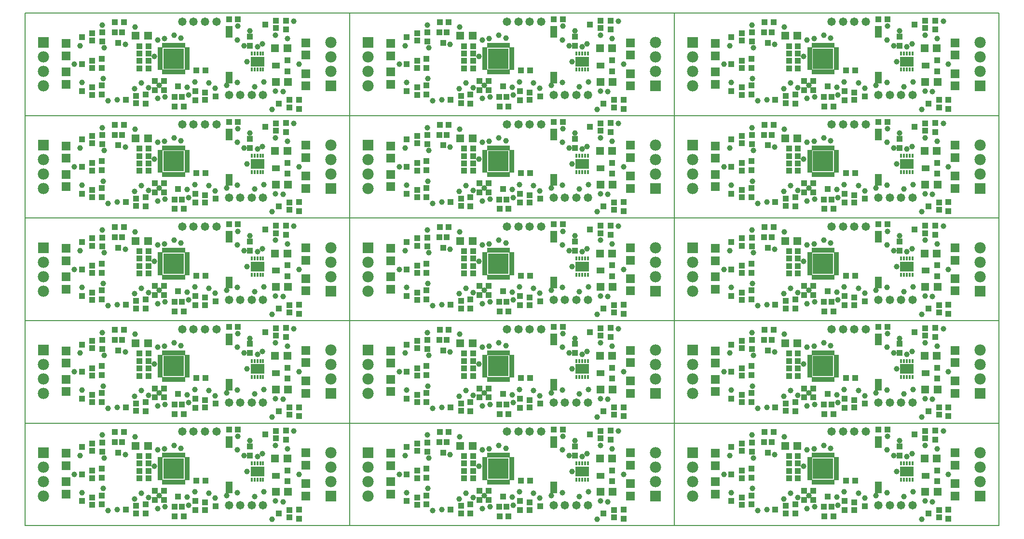
<source format=gts>
%FSLAX25Y25*%
%MOIN*%
G70*
G01*
G75*
G04 Layer_Color=8388736*
%ADD10C,0.00787*%
%ADD11R,0.03543X0.03543*%
%ADD12R,0.05000X0.05000*%
%ADD13R,0.04000X0.07480*%
%ADD14R,0.03150X0.03150*%
%ADD15R,0.03150X0.03150*%
%ADD16R,0.03543X0.03543*%
%ADD17R,0.02559X0.01181*%
%ADD18R,0.01181X0.02559*%
%ADD19R,0.13583X0.13583*%
%ADD20R,0.09370X0.06496*%
%ADD21R,0.00984X0.02756*%
%ADD22R,0.03600X0.03600*%
%ADD23R,0.05000X0.03600*%
%ADD24C,0.01000*%
%ADD25C,0.01969*%
%ADD26C,0.00984*%
%ADD27C,0.00600*%
%ADD28R,0.05512X0.05512*%
%ADD29C,0.07000*%
%ADD30R,0.07000X0.07000*%
%ADD31C,0.05000*%
%ADD32C,0.03150*%
%ADD33C,0.03150*%
%ADD34R,0.07874X0.05118*%
%ADD35C,0.00800*%
%ADD36C,0.02000*%
%ADD37C,0.00591*%
%ADD38R,0.12795X0.12795*%
%ADD39R,0.08583X0.05709*%
%ADD40R,0.00827X0.02598*%
%ADD41R,0.04343X0.04343*%
%ADD42R,0.05800X0.05800*%
%ADD43R,0.04800X0.08280*%
%ADD44R,0.03950X0.03950*%
%ADD45R,0.03950X0.03950*%
%ADD46R,0.04343X0.04343*%
%ADD47R,0.03359X0.01981*%
%ADD48R,0.01981X0.03359*%
%ADD49R,0.14383X0.14383*%
%ADD50R,0.09685X0.06811*%
%ADD51R,0.01299X0.03071*%
%ADD52R,0.04400X0.04400*%
%ADD53R,0.05800X0.04400*%
%ADD54R,0.06312X0.06312*%
%ADD55C,0.07800*%
%ADD56R,0.07800X0.07800*%
%ADD57C,0.05800*%
%ADD58C,0.03950*%
D10*
X0Y0D02*
Y70866D01*
X224410D01*
Y0D02*
Y70866D01*
X0Y0D02*
X224410D01*
Y70866D01*
X448819D01*
Y0D02*
Y70866D01*
X224410Y0D02*
X448819D01*
Y70866D01*
X673228D01*
Y0D02*
Y70866D01*
X448819Y0D02*
X673228D01*
X0Y70866D02*
Y141732D01*
X224410D01*
Y70866D02*
Y141732D01*
X0Y70866D02*
X224410D01*
Y141732D01*
X448819D01*
Y70866D02*
Y141732D01*
X224410Y70866D02*
X448819D01*
Y141732D01*
X673228D01*
Y70866D02*
Y141732D01*
X448819Y70866D02*
X673228D01*
X0Y141732D02*
Y212598D01*
X224410D01*
Y141732D02*
Y212598D01*
X0Y141732D02*
X224410D01*
Y212598D01*
X448819D01*
Y141732D02*
Y212598D01*
X224410Y141732D02*
X448819D01*
Y212598D01*
X673228D01*
Y141732D02*
Y212598D01*
X448819Y141732D02*
X673228D01*
X0Y212598D02*
Y283465D01*
X224410D01*
Y212598D02*
Y283465D01*
X0Y212598D02*
X224410D01*
Y283465D01*
X448819D01*
Y212598D02*
Y283465D01*
X224410Y212598D02*
X448819D01*
Y283465D01*
X673228D01*
Y212598D02*
Y283465D01*
X448819Y212598D02*
X673228D01*
X0Y283465D02*
Y354331D01*
X224410D01*
Y283465D02*
Y354331D01*
X0Y283465D02*
X224410D01*
Y354331D01*
X448819D01*
Y283465D02*
Y354331D01*
X224410Y283465D02*
X448819D01*
Y354331D01*
X673228D01*
Y283465D02*
Y354331D01*
X448819Y283465D02*
X673228D01*
D41*
X46555Y51772D02*
D03*
Y56890D02*
D03*
X39272Y54331D02*
D03*
X46555Y14370D02*
D03*
Y19488D02*
D03*
X39272Y16929D02*
D03*
X76870Y8465D02*
D03*
Y13583D02*
D03*
X69587Y11024D02*
D03*
X124311Y15945D02*
D03*
Y10827D02*
D03*
X131595Y13386D02*
D03*
X173327Y60433D02*
D03*
Y65551D02*
D03*
X166043Y62992D02*
D03*
X46555Y32874D02*
D03*
Y37992D02*
D03*
X39272Y35433D02*
D03*
X182776Y5709D02*
D03*
Y10827D02*
D03*
X175492Y8268D02*
D03*
X270965Y51772D02*
D03*
Y56890D02*
D03*
X263681Y54331D02*
D03*
X270965Y14370D02*
D03*
Y19488D02*
D03*
X263681Y16929D02*
D03*
X301279Y8465D02*
D03*
Y13583D02*
D03*
X293996Y11024D02*
D03*
X348721Y15945D02*
D03*
Y10827D02*
D03*
X356004Y13386D02*
D03*
X397736Y60433D02*
D03*
Y65551D02*
D03*
X390453Y62992D02*
D03*
X270965Y32874D02*
D03*
Y37992D02*
D03*
X263681Y35433D02*
D03*
X407185Y5709D02*
D03*
Y10827D02*
D03*
X399902Y8268D02*
D03*
X495374Y51772D02*
D03*
Y56890D02*
D03*
X488091Y54331D02*
D03*
X495374Y14370D02*
D03*
Y19488D02*
D03*
X488091Y16929D02*
D03*
X525689Y8465D02*
D03*
Y13583D02*
D03*
X518405Y11024D02*
D03*
X573130Y15945D02*
D03*
Y10827D02*
D03*
X580413Y13386D02*
D03*
X622146Y60433D02*
D03*
Y65551D02*
D03*
X614862Y62992D02*
D03*
X495374Y32874D02*
D03*
Y37992D02*
D03*
X488091Y35433D02*
D03*
X631595Y5709D02*
D03*
Y10827D02*
D03*
X624311Y8268D02*
D03*
X46555Y122638D02*
D03*
Y127756D02*
D03*
X39272Y125197D02*
D03*
X46555Y85236D02*
D03*
Y90354D02*
D03*
X39272Y87795D02*
D03*
X76870Y79331D02*
D03*
Y84449D02*
D03*
X69587Y81890D02*
D03*
X124311Y86811D02*
D03*
Y81693D02*
D03*
X131595Y84252D02*
D03*
X173327Y131299D02*
D03*
Y136417D02*
D03*
X166043Y133858D02*
D03*
X46555Y103740D02*
D03*
Y108858D02*
D03*
X39272Y106299D02*
D03*
X182776Y76575D02*
D03*
Y81693D02*
D03*
X175492Y79134D02*
D03*
X270965Y122638D02*
D03*
Y127756D02*
D03*
X263681Y125197D02*
D03*
X270965Y85236D02*
D03*
Y90354D02*
D03*
X263681Y87795D02*
D03*
X301279Y79331D02*
D03*
Y84449D02*
D03*
X293996Y81890D02*
D03*
X348721Y86811D02*
D03*
Y81693D02*
D03*
X356004Y84252D02*
D03*
X397736Y131299D02*
D03*
Y136417D02*
D03*
X390453Y133858D02*
D03*
X270965Y103740D02*
D03*
Y108858D02*
D03*
X263681Y106299D02*
D03*
X407185Y76575D02*
D03*
Y81693D02*
D03*
X399902Y79134D02*
D03*
X495374Y122638D02*
D03*
Y127756D02*
D03*
X488091Y125197D02*
D03*
X495374Y85236D02*
D03*
Y90354D02*
D03*
X488091Y87795D02*
D03*
X525689Y79331D02*
D03*
Y84449D02*
D03*
X518405Y81890D02*
D03*
X573130Y86811D02*
D03*
Y81693D02*
D03*
X580413Y84252D02*
D03*
X622146Y131299D02*
D03*
Y136417D02*
D03*
X614862Y133858D02*
D03*
X495374Y103740D02*
D03*
Y108858D02*
D03*
X488091Y106299D02*
D03*
X631595Y76575D02*
D03*
Y81693D02*
D03*
X624311Y79134D02*
D03*
X46555Y193504D02*
D03*
Y198622D02*
D03*
X39272Y196063D02*
D03*
X46555Y156102D02*
D03*
Y161221D02*
D03*
X39272Y158661D02*
D03*
X76870Y150197D02*
D03*
Y155315D02*
D03*
X69587Y152756D02*
D03*
X124311Y157677D02*
D03*
Y152559D02*
D03*
X131595Y155118D02*
D03*
X173327Y202165D02*
D03*
Y207283D02*
D03*
X166043Y204724D02*
D03*
X46555Y174606D02*
D03*
Y179724D02*
D03*
X39272Y177165D02*
D03*
X182776Y147441D02*
D03*
Y152559D02*
D03*
X175492Y150000D02*
D03*
X270965Y193504D02*
D03*
Y198622D02*
D03*
X263681Y196063D02*
D03*
X270965Y156102D02*
D03*
Y161221D02*
D03*
X263681Y158661D02*
D03*
X301279Y150197D02*
D03*
Y155315D02*
D03*
X293996Y152756D02*
D03*
X348721Y157677D02*
D03*
Y152559D02*
D03*
X356004Y155118D02*
D03*
X397736Y202165D02*
D03*
Y207283D02*
D03*
X390453Y204724D02*
D03*
X270965Y174606D02*
D03*
Y179724D02*
D03*
X263681Y177165D02*
D03*
X407185Y147441D02*
D03*
Y152559D02*
D03*
X399902Y150000D02*
D03*
X495374Y193504D02*
D03*
Y198622D02*
D03*
X488091Y196063D02*
D03*
X495374Y156102D02*
D03*
Y161221D02*
D03*
X488091Y158661D02*
D03*
X525689Y150197D02*
D03*
Y155315D02*
D03*
X518405Y152756D02*
D03*
X573130Y157677D02*
D03*
Y152559D02*
D03*
X580413Y155118D02*
D03*
X622146Y202165D02*
D03*
Y207283D02*
D03*
X614862Y204724D02*
D03*
X495374Y174606D02*
D03*
Y179724D02*
D03*
X488091Y177165D02*
D03*
X631595Y147441D02*
D03*
Y152559D02*
D03*
X624311Y150000D02*
D03*
X46555Y264370D02*
D03*
Y269488D02*
D03*
X39272Y266929D02*
D03*
X46555Y226969D02*
D03*
Y232087D02*
D03*
X39272Y229528D02*
D03*
X76870Y221063D02*
D03*
Y226181D02*
D03*
X69587Y223622D02*
D03*
X124311Y228543D02*
D03*
Y223425D02*
D03*
X131595Y225984D02*
D03*
X173327Y273031D02*
D03*
Y278150D02*
D03*
X166043Y275590D02*
D03*
X46555Y245472D02*
D03*
Y250590D02*
D03*
X39272Y248031D02*
D03*
X182776Y218307D02*
D03*
Y223425D02*
D03*
X175492Y220866D02*
D03*
X270965Y264370D02*
D03*
Y269488D02*
D03*
X263681Y266929D02*
D03*
X270965Y226969D02*
D03*
Y232087D02*
D03*
X263681Y229528D02*
D03*
X301279Y221063D02*
D03*
Y226181D02*
D03*
X293996Y223622D02*
D03*
X348721Y228543D02*
D03*
Y223425D02*
D03*
X356004Y225984D02*
D03*
X397736Y273031D02*
D03*
Y278150D02*
D03*
X390453Y275590D02*
D03*
X270965Y245472D02*
D03*
Y250590D02*
D03*
X263681Y248031D02*
D03*
X407185Y218307D02*
D03*
Y223425D02*
D03*
X399902Y220866D02*
D03*
X495374Y264370D02*
D03*
Y269488D02*
D03*
X488091Y266929D02*
D03*
X495374Y226969D02*
D03*
Y232087D02*
D03*
X488091Y229528D02*
D03*
X525689Y221063D02*
D03*
Y226181D02*
D03*
X518405Y223622D02*
D03*
X573130Y228543D02*
D03*
Y223425D02*
D03*
X580413Y225984D02*
D03*
X622146Y273031D02*
D03*
Y278150D02*
D03*
X614862Y275590D02*
D03*
X495374Y245472D02*
D03*
Y250590D02*
D03*
X488091Y248031D02*
D03*
X631595Y218307D02*
D03*
Y223425D02*
D03*
X624311Y220866D02*
D03*
X46555Y335236D02*
D03*
Y340354D02*
D03*
X39272Y337795D02*
D03*
X46555Y297835D02*
D03*
Y302953D02*
D03*
X39272Y300394D02*
D03*
X76870Y291929D02*
D03*
Y297047D02*
D03*
X69587Y294488D02*
D03*
X124311Y299410D02*
D03*
Y294291D02*
D03*
X131595Y296850D02*
D03*
X173327Y343898D02*
D03*
Y349016D02*
D03*
X166043Y346457D02*
D03*
X46555Y316339D02*
D03*
Y321457D02*
D03*
X39272Y318898D02*
D03*
X182776Y289173D02*
D03*
Y294291D02*
D03*
X175492Y291732D02*
D03*
X270965Y335236D02*
D03*
Y340354D02*
D03*
X263681Y337795D02*
D03*
X270965Y297835D02*
D03*
Y302953D02*
D03*
X263681Y300394D02*
D03*
X301279Y291929D02*
D03*
Y297047D02*
D03*
X293996Y294488D02*
D03*
X348721Y299410D02*
D03*
Y294291D02*
D03*
X356004Y296850D02*
D03*
X397736Y343898D02*
D03*
Y349016D02*
D03*
X390453Y346457D02*
D03*
X270965Y316339D02*
D03*
Y321457D02*
D03*
X263681Y318898D02*
D03*
X407185Y289173D02*
D03*
Y294291D02*
D03*
X399902Y291732D02*
D03*
X495374Y335236D02*
D03*
Y340354D02*
D03*
X488091Y337795D02*
D03*
X495374Y297835D02*
D03*
Y302953D02*
D03*
X488091Y300394D02*
D03*
X525689Y291929D02*
D03*
Y297047D02*
D03*
X518405Y294488D02*
D03*
X573130Y299410D02*
D03*
Y294291D02*
D03*
X580413Y296850D02*
D03*
X622146Y343898D02*
D03*
Y349016D02*
D03*
X614862Y346457D02*
D03*
X495374Y316339D02*
D03*
Y321457D02*
D03*
X488091Y318898D02*
D03*
X631595Y289173D02*
D03*
Y294291D02*
D03*
X624311Y291732D02*
D03*
D42*
X84959Y55118D02*
D03*
X76459D02*
D03*
X181415Y46457D02*
D03*
X172915D02*
D03*
X173309Y23228D02*
D03*
X181809D02*
D03*
X309368Y55118D02*
D03*
X300868D02*
D03*
X405825Y46457D02*
D03*
X397325D02*
D03*
X397719Y23228D02*
D03*
X406218D02*
D03*
X533778Y55118D02*
D03*
X525278D02*
D03*
X630234Y46457D02*
D03*
X621734D02*
D03*
X622128Y23228D02*
D03*
X630628D02*
D03*
X84959Y125984D02*
D03*
X76459D02*
D03*
X181415Y117323D02*
D03*
X172915D02*
D03*
X173309Y94095D02*
D03*
X181809D02*
D03*
X309368Y125984D02*
D03*
X300868D02*
D03*
X405825Y117323D02*
D03*
X397325D02*
D03*
X397719Y94095D02*
D03*
X406218D02*
D03*
X533778Y125984D02*
D03*
X525278D02*
D03*
X630234Y117323D02*
D03*
X621734D02*
D03*
X622128Y94095D02*
D03*
X630628D02*
D03*
X84959Y196850D02*
D03*
X76459D02*
D03*
X181415Y188189D02*
D03*
X172915D02*
D03*
X173309Y164961D02*
D03*
X181809D02*
D03*
X309368Y196850D02*
D03*
X300868D02*
D03*
X405825Y188189D02*
D03*
X397325D02*
D03*
X397719Y164961D02*
D03*
X406218D02*
D03*
X533778Y196850D02*
D03*
X525278D02*
D03*
X630234Y188189D02*
D03*
X621734D02*
D03*
X622128Y164961D02*
D03*
X630628D02*
D03*
X84959Y267717D02*
D03*
X76459D02*
D03*
X181415Y259055D02*
D03*
X172915D02*
D03*
X173309Y235827D02*
D03*
X181809D02*
D03*
X309368Y267717D02*
D03*
X300868D02*
D03*
X405825Y259055D02*
D03*
X397325D02*
D03*
X397719Y235827D02*
D03*
X406218D02*
D03*
X533778Y267717D02*
D03*
X525278D02*
D03*
X630234Y259055D02*
D03*
X621734D02*
D03*
X622128Y235827D02*
D03*
X630628D02*
D03*
X84959Y338583D02*
D03*
X76459D02*
D03*
X181415Y329921D02*
D03*
X172915D02*
D03*
X173309Y306693D02*
D03*
X181809D02*
D03*
X309368Y338583D02*
D03*
X300868D02*
D03*
X405825Y329921D02*
D03*
X397325D02*
D03*
X397719Y306693D02*
D03*
X406218D02*
D03*
X533778Y338583D02*
D03*
X525278D02*
D03*
X630234Y329921D02*
D03*
X621734D02*
D03*
X622128Y306693D02*
D03*
X630628D02*
D03*
D43*
X140945Y26378D02*
D03*
Y57874D02*
D03*
X365354Y26378D02*
D03*
Y57874D02*
D03*
X589764Y26378D02*
D03*
Y57874D02*
D03*
X140945Y97244D02*
D03*
Y128740D02*
D03*
X365354Y97244D02*
D03*
Y128740D02*
D03*
X589764Y97244D02*
D03*
Y128740D02*
D03*
X140945Y168110D02*
D03*
Y199606D02*
D03*
X365354Y168110D02*
D03*
Y199606D02*
D03*
X589764Y168110D02*
D03*
Y199606D02*
D03*
X140945Y238976D02*
D03*
Y270472D02*
D03*
X365354Y238976D02*
D03*
Y270472D02*
D03*
X589764Y238976D02*
D03*
Y270472D02*
D03*
X140945Y309842D02*
D03*
Y341339D02*
D03*
X365354Y309842D02*
D03*
Y341339D02*
D03*
X589764Y309842D02*
D03*
Y341339D02*
D03*
D44*
X189370Y4724D02*
D03*
Y11024D02*
D03*
X53150Y14567D02*
D03*
Y20866D02*
D03*
X180315Y65748D02*
D03*
Y59449D02*
D03*
X53543Y51181D02*
D03*
Y57480D02*
D03*
X83465Y8268D02*
D03*
Y14567D02*
D03*
X117717Y16929D02*
D03*
Y10630D02*
D03*
X155512Y54724D02*
D03*
Y48425D02*
D03*
X53150Y33071D02*
D03*
Y39370D02*
D03*
X413779Y4724D02*
D03*
Y11024D02*
D03*
X277559Y14567D02*
D03*
Y20866D02*
D03*
X404724Y65748D02*
D03*
Y59449D02*
D03*
X277953Y51181D02*
D03*
Y57480D02*
D03*
X307874Y8268D02*
D03*
Y14567D02*
D03*
X342126Y16929D02*
D03*
Y10630D02*
D03*
X379921Y54724D02*
D03*
Y48425D02*
D03*
X277559Y33071D02*
D03*
Y39370D02*
D03*
X638189Y4724D02*
D03*
Y11024D02*
D03*
X501968Y14567D02*
D03*
Y20866D02*
D03*
X629134Y65748D02*
D03*
Y59449D02*
D03*
X502362Y51181D02*
D03*
Y57480D02*
D03*
X532283Y8268D02*
D03*
Y14567D02*
D03*
X566535Y16929D02*
D03*
Y10630D02*
D03*
X604331Y54724D02*
D03*
Y48425D02*
D03*
X501968Y33071D02*
D03*
Y39370D02*
D03*
X189370Y75590D02*
D03*
Y81890D02*
D03*
X53150Y85433D02*
D03*
Y91732D02*
D03*
X180315Y136614D02*
D03*
Y130315D02*
D03*
X53543Y122047D02*
D03*
Y128347D02*
D03*
X83465Y79134D02*
D03*
Y85433D02*
D03*
X117717Y87795D02*
D03*
Y81496D02*
D03*
X155512Y125591D02*
D03*
Y119291D02*
D03*
X53150Y103937D02*
D03*
Y110236D02*
D03*
X413779Y75590D02*
D03*
Y81890D02*
D03*
X277559Y85433D02*
D03*
Y91732D02*
D03*
X404724Y136614D02*
D03*
Y130315D02*
D03*
X277953Y122047D02*
D03*
Y128347D02*
D03*
X307874Y79134D02*
D03*
Y85433D02*
D03*
X342126Y87795D02*
D03*
Y81496D02*
D03*
X379921Y125591D02*
D03*
Y119291D02*
D03*
X277559Y103937D02*
D03*
Y110236D02*
D03*
X638189Y75590D02*
D03*
Y81890D02*
D03*
X501968Y85433D02*
D03*
Y91732D02*
D03*
X629134Y136614D02*
D03*
Y130315D02*
D03*
X502362Y122047D02*
D03*
Y128347D02*
D03*
X532283Y79134D02*
D03*
Y85433D02*
D03*
X566535Y87795D02*
D03*
Y81496D02*
D03*
X604331Y125591D02*
D03*
Y119291D02*
D03*
X501968Y103937D02*
D03*
Y110236D02*
D03*
X189370Y146457D02*
D03*
Y152756D02*
D03*
X53150Y156299D02*
D03*
Y162598D02*
D03*
X180315Y207480D02*
D03*
Y201181D02*
D03*
X53543Y192913D02*
D03*
Y199213D02*
D03*
X83465Y150000D02*
D03*
Y156299D02*
D03*
X117717Y158661D02*
D03*
Y152362D02*
D03*
X155512Y196457D02*
D03*
Y190157D02*
D03*
X53150Y174803D02*
D03*
Y181102D02*
D03*
X413779Y146457D02*
D03*
Y152756D02*
D03*
X277559Y156299D02*
D03*
Y162598D02*
D03*
X404724Y207480D02*
D03*
Y201181D02*
D03*
X277953Y192913D02*
D03*
Y199213D02*
D03*
X307874Y150000D02*
D03*
Y156299D02*
D03*
X342126Y158661D02*
D03*
Y152362D02*
D03*
X379921Y196457D02*
D03*
Y190157D02*
D03*
X277559Y174803D02*
D03*
Y181102D02*
D03*
X638189Y146457D02*
D03*
Y152756D02*
D03*
X501968Y156299D02*
D03*
Y162598D02*
D03*
X629134Y207480D02*
D03*
Y201181D02*
D03*
X502362Y192913D02*
D03*
Y199213D02*
D03*
X532283Y150000D02*
D03*
Y156299D02*
D03*
X566535Y158661D02*
D03*
Y152362D02*
D03*
X604331Y196457D02*
D03*
Y190157D02*
D03*
X501968Y174803D02*
D03*
Y181102D02*
D03*
X189370Y217323D02*
D03*
Y223622D02*
D03*
X53150Y227165D02*
D03*
Y233465D02*
D03*
X180315Y278346D02*
D03*
Y272047D02*
D03*
X53543Y263779D02*
D03*
Y270079D02*
D03*
X83465Y220866D02*
D03*
Y227165D02*
D03*
X117717Y229528D02*
D03*
Y223228D02*
D03*
X155512Y267323D02*
D03*
Y261024D02*
D03*
X53150Y245669D02*
D03*
Y251969D02*
D03*
X413779Y217323D02*
D03*
Y223622D02*
D03*
X277559Y227165D02*
D03*
Y233465D02*
D03*
X404724Y278346D02*
D03*
Y272047D02*
D03*
X277953Y263779D02*
D03*
Y270079D02*
D03*
X307874Y220866D02*
D03*
Y227165D02*
D03*
X342126Y229528D02*
D03*
Y223228D02*
D03*
X379921Y267323D02*
D03*
Y261024D02*
D03*
X277559Y245669D02*
D03*
Y251969D02*
D03*
X638189Y217323D02*
D03*
Y223622D02*
D03*
X501968Y227165D02*
D03*
Y233465D02*
D03*
X629134Y278346D02*
D03*
Y272047D02*
D03*
X502362Y263779D02*
D03*
Y270079D02*
D03*
X532283Y220866D02*
D03*
Y227165D02*
D03*
X566535Y229528D02*
D03*
Y223228D02*
D03*
X604331Y267323D02*
D03*
Y261024D02*
D03*
X501968Y245669D02*
D03*
Y251969D02*
D03*
X189370Y288189D02*
D03*
Y294488D02*
D03*
X53150Y298031D02*
D03*
Y304331D02*
D03*
X180315Y349213D02*
D03*
Y342913D02*
D03*
X53543Y334646D02*
D03*
Y340945D02*
D03*
X83465Y291732D02*
D03*
Y298031D02*
D03*
X117717Y300394D02*
D03*
Y294094D02*
D03*
X155512Y338189D02*
D03*
Y331890D02*
D03*
X53150Y316535D02*
D03*
Y322835D02*
D03*
X413779Y288189D02*
D03*
Y294488D02*
D03*
X277559Y298031D02*
D03*
Y304331D02*
D03*
X404724Y349213D02*
D03*
Y342913D02*
D03*
X277953Y334646D02*
D03*
Y340945D02*
D03*
X307874Y291732D02*
D03*
Y298031D02*
D03*
X342126Y300394D02*
D03*
Y294094D02*
D03*
X379921Y338189D02*
D03*
Y331890D02*
D03*
X277559Y316535D02*
D03*
Y322835D02*
D03*
X638189Y288189D02*
D03*
Y294488D02*
D03*
X501968Y298031D02*
D03*
Y304331D02*
D03*
X629134Y349213D02*
D03*
Y342913D02*
D03*
X502362Y334646D02*
D03*
Y340945D02*
D03*
X532283Y291732D02*
D03*
Y298031D02*
D03*
X566535Y300394D02*
D03*
Y294094D02*
D03*
X604331Y338189D02*
D03*
Y331890D02*
D03*
X501968Y316535D02*
D03*
Y322835D02*
D03*
D45*
X68504Y64567D02*
D03*
X62205D02*
D03*
X79134Y48031D02*
D03*
X85433D02*
D03*
Y42913D02*
D03*
X79134D02*
D03*
Y37795D02*
D03*
X85433D02*
D03*
X79134Y32677D02*
D03*
X85433D02*
D03*
X89764Y24016D02*
D03*
X96063D02*
D03*
Y17717D02*
D03*
X89764D02*
D03*
X103543Y6299D02*
D03*
X109843D02*
D03*
X124803Y31102D02*
D03*
X118504D02*
D03*
X140945Y66535D02*
D03*
X147244D02*
D03*
X292913Y64567D02*
D03*
X286614D02*
D03*
X303543Y48031D02*
D03*
X309842D02*
D03*
Y42913D02*
D03*
X303543D02*
D03*
Y37795D02*
D03*
X309842D02*
D03*
X303543Y32677D02*
D03*
X309842D02*
D03*
X314173Y24016D02*
D03*
X320472D02*
D03*
Y17717D02*
D03*
X314173D02*
D03*
X327953Y6299D02*
D03*
X334252D02*
D03*
X349213Y31102D02*
D03*
X342913D02*
D03*
X365354Y66535D02*
D03*
X371654D02*
D03*
X517323Y64567D02*
D03*
X511024D02*
D03*
X527953Y48031D02*
D03*
X534252D02*
D03*
Y42913D02*
D03*
X527953D02*
D03*
Y37795D02*
D03*
X534252D02*
D03*
X527953Y32677D02*
D03*
X534252D02*
D03*
X538583Y24016D02*
D03*
X544882D02*
D03*
Y17717D02*
D03*
X538583D02*
D03*
X552362Y6299D02*
D03*
X558661D02*
D03*
X573622Y31102D02*
D03*
X567323D02*
D03*
X589764Y66535D02*
D03*
X596063D02*
D03*
X68504Y135433D02*
D03*
X62205D02*
D03*
X79134Y118898D02*
D03*
X85433D02*
D03*
Y113779D02*
D03*
X79134D02*
D03*
Y108661D02*
D03*
X85433D02*
D03*
X79134Y103543D02*
D03*
X85433D02*
D03*
X89764Y94882D02*
D03*
X96063D02*
D03*
Y88583D02*
D03*
X89764D02*
D03*
X103543Y77165D02*
D03*
X109843D02*
D03*
X124803Y101969D02*
D03*
X118504D02*
D03*
X140945Y137402D02*
D03*
X147244D02*
D03*
X292913Y135433D02*
D03*
X286614D02*
D03*
X303543Y118898D02*
D03*
X309842D02*
D03*
Y113779D02*
D03*
X303543D02*
D03*
Y108661D02*
D03*
X309842D02*
D03*
X303543Y103543D02*
D03*
X309842D02*
D03*
X314173Y94882D02*
D03*
X320472D02*
D03*
Y88583D02*
D03*
X314173D02*
D03*
X327953Y77165D02*
D03*
X334252D02*
D03*
X349213Y101969D02*
D03*
X342913D02*
D03*
X365354Y137402D02*
D03*
X371654D02*
D03*
X517323Y135433D02*
D03*
X511024D02*
D03*
X527953Y118898D02*
D03*
X534252D02*
D03*
Y113779D02*
D03*
X527953D02*
D03*
Y108661D02*
D03*
X534252D02*
D03*
X527953Y103543D02*
D03*
X534252D02*
D03*
X538583Y94882D02*
D03*
X544882D02*
D03*
Y88583D02*
D03*
X538583D02*
D03*
X552362Y77165D02*
D03*
X558661D02*
D03*
X573622Y101969D02*
D03*
X567323D02*
D03*
X589764Y137402D02*
D03*
X596063D02*
D03*
X68504Y206299D02*
D03*
X62205D02*
D03*
X79134Y189764D02*
D03*
X85433D02*
D03*
Y184646D02*
D03*
X79134D02*
D03*
Y179527D02*
D03*
X85433D02*
D03*
X79134Y174409D02*
D03*
X85433D02*
D03*
X89764Y165748D02*
D03*
X96063D02*
D03*
Y159449D02*
D03*
X89764D02*
D03*
X103543Y148031D02*
D03*
X109843D02*
D03*
X124803Y172835D02*
D03*
X118504D02*
D03*
X140945Y208268D02*
D03*
X147244D02*
D03*
X292913Y206299D02*
D03*
X286614D02*
D03*
X303543Y189764D02*
D03*
X309842D02*
D03*
Y184646D02*
D03*
X303543D02*
D03*
Y179527D02*
D03*
X309842D02*
D03*
X303543Y174409D02*
D03*
X309842D02*
D03*
X314173Y165748D02*
D03*
X320472D02*
D03*
Y159449D02*
D03*
X314173D02*
D03*
X327953Y148031D02*
D03*
X334252D02*
D03*
X349213Y172835D02*
D03*
X342913D02*
D03*
X365354Y208268D02*
D03*
X371654D02*
D03*
X517323Y206299D02*
D03*
X511024D02*
D03*
X527953Y189764D02*
D03*
X534252D02*
D03*
Y184646D02*
D03*
X527953D02*
D03*
Y179527D02*
D03*
X534252D02*
D03*
X527953Y174409D02*
D03*
X534252D02*
D03*
X538583Y165748D02*
D03*
X544882D02*
D03*
Y159449D02*
D03*
X538583D02*
D03*
X552362Y148031D02*
D03*
X558661D02*
D03*
X573622Y172835D02*
D03*
X567323D02*
D03*
X589764Y208268D02*
D03*
X596063D02*
D03*
X68504Y277165D02*
D03*
X62205D02*
D03*
X79134Y260630D02*
D03*
X85433D02*
D03*
Y255512D02*
D03*
X79134D02*
D03*
Y250394D02*
D03*
X85433D02*
D03*
X79134Y245276D02*
D03*
X85433D02*
D03*
X89764Y236614D02*
D03*
X96063D02*
D03*
Y230315D02*
D03*
X89764D02*
D03*
X103543Y218898D02*
D03*
X109843D02*
D03*
X124803Y243701D02*
D03*
X118504D02*
D03*
X140945Y279134D02*
D03*
X147244D02*
D03*
X292913Y277165D02*
D03*
X286614D02*
D03*
X303543Y260630D02*
D03*
X309842D02*
D03*
Y255512D02*
D03*
X303543D02*
D03*
Y250394D02*
D03*
X309842D02*
D03*
X303543Y245276D02*
D03*
X309842D02*
D03*
X314173Y236614D02*
D03*
X320472D02*
D03*
Y230315D02*
D03*
X314173D02*
D03*
X327953Y218898D02*
D03*
X334252D02*
D03*
X349213Y243701D02*
D03*
X342913D02*
D03*
X365354Y279134D02*
D03*
X371654D02*
D03*
X517323Y277165D02*
D03*
X511024D02*
D03*
X527953Y260630D02*
D03*
X534252D02*
D03*
Y255512D02*
D03*
X527953D02*
D03*
Y250394D02*
D03*
X534252D02*
D03*
X527953Y245276D02*
D03*
X534252D02*
D03*
X538583Y236614D02*
D03*
X544882D02*
D03*
Y230315D02*
D03*
X538583D02*
D03*
X552362Y218898D02*
D03*
X558661D02*
D03*
X573622Y243701D02*
D03*
X567323D02*
D03*
X589764Y279134D02*
D03*
X596063D02*
D03*
X68504Y348031D02*
D03*
X62205D02*
D03*
X79134Y331496D02*
D03*
X85433D02*
D03*
Y326378D02*
D03*
X79134D02*
D03*
Y321260D02*
D03*
X85433D02*
D03*
X79134Y316142D02*
D03*
X85433D02*
D03*
X89764Y307480D02*
D03*
X96063D02*
D03*
Y301181D02*
D03*
X89764D02*
D03*
X103543Y289764D02*
D03*
X109843D02*
D03*
X124803Y314567D02*
D03*
X118504D02*
D03*
X140945Y350000D02*
D03*
X147244D02*
D03*
X292913Y348031D02*
D03*
X286614D02*
D03*
X303543Y331496D02*
D03*
X309842D02*
D03*
Y326378D02*
D03*
X303543D02*
D03*
Y321260D02*
D03*
X309842D02*
D03*
X303543Y316142D02*
D03*
X309842D02*
D03*
X314173Y307480D02*
D03*
X320472D02*
D03*
Y301181D02*
D03*
X314173D02*
D03*
X327953Y289764D02*
D03*
X334252D02*
D03*
X349213Y314567D02*
D03*
X342913D02*
D03*
X365354Y350000D02*
D03*
X371654D02*
D03*
X517323Y348031D02*
D03*
X511024D02*
D03*
X527953Y331496D02*
D03*
X534252D02*
D03*
Y326378D02*
D03*
X527953D02*
D03*
Y321260D02*
D03*
X534252D02*
D03*
X527953Y316142D02*
D03*
X534252D02*
D03*
X538583Y307480D02*
D03*
X544882D02*
D03*
Y301181D02*
D03*
X538583D02*
D03*
X552362Y289764D02*
D03*
X558661D02*
D03*
X573622Y314567D02*
D03*
X567323D02*
D03*
X589764Y350000D02*
D03*
X596063D02*
D03*
D46*
X67126Y57579D02*
D03*
X62008D02*
D03*
X64567Y50295D02*
D03*
X103347Y12894D02*
D03*
X108465D02*
D03*
X105905Y20177D02*
D03*
X291535Y57579D02*
D03*
X286417D02*
D03*
X288976Y50295D02*
D03*
X327756Y12894D02*
D03*
X332874D02*
D03*
X330315Y20177D02*
D03*
X515945Y57579D02*
D03*
X510827D02*
D03*
X513386Y50295D02*
D03*
X552165Y12894D02*
D03*
X557283D02*
D03*
X554724Y20177D02*
D03*
X67126Y128445D02*
D03*
X62008D02*
D03*
X64567Y121161D02*
D03*
X103347Y83760D02*
D03*
X108465D02*
D03*
X105905Y91043D02*
D03*
X291535Y128445D02*
D03*
X286417D02*
D03*
X288976Y121161D02*
D03*
X327756Y83760D02*
D03*
X332874D02*
D03*
X330315Y91043D02*
D03*
X515945Y128445D02*
D03*
X510827D02*
D03*
X513386Y121161D02*
D03*
X552165Y83760D02*
D03*
X557283D02*
D03*
X554724Y91043D02*
D03*
X67126Y199311D02*
D03*
X62008D02*
D03*
X64567Y192028D02*
D03*
X103347Y154626D02*
D03*
X108465D02*
D03*
X105905Y161909D02*
D03*
X291535Y199311D02*
D03*
X286417D02*
D03*
X288976Y192028D02*
D03*
X327756Y154626D02*
D03*
X332874D02*
D03*
X330315Y161909D02*
D03*
X515945Y199311D02*
D03*
X510827D02*
D03*
X513386Y192028D02*
D03*
X552165Y154626D02*
D03*
X557283D02*
D03*
X554724Y161909D02*
D03*
X67126Y270177D02*
D03*
X62008D02*
D03*
X64567Y262894D02*
D03*
X103347Y225492D02*
D03*
X108465D02*
D03*
X105905Y232776D02*
D03*
X291535Y270177D02*
D03*
X286417D02*
D03*
X288976Y262894D02*
D03*
X327756Y225492D02*
D03*
X332874D02*
D03*
X330315Y232776D02*
D03*
X515945Y270177D02*
D03*
X510827D02*
D03*
X513386Y262894D02*
D03*
X552165Y225492D02*
D03*
X557283D02*
D03*
X554724Y232776D02*
D03*
X67126Y341043D02*
D03*
X62008D02*
D03*
X64567Y333760D02*
D03*
X103347Y296358D02*
D03*
X108465D02*
D03*
X105905Y303642D02*
D03*
X291535Y341043D02*
D03*
X286417D02*
D03*
X288976Y333760D02*
D03*
X327756Y296358D02*
D03*
X332874D02*
D03*
X330315Y303642D02*
D03*
X515945Y341043D02*
D03*
X510827D02*
D03*
X513386Y333760D02*
D03*
X552165Y296358D02*
D03*
X557283D02*
D03*
X554724Y303642D02*
D03*
D47*
X93504Y46260D02*
D03*
Y44291D02*
D03*
Y42323D02*
D03*
Y40354D02*
D03*
Y38386D02*
D03*
Y36417D02*
D03*
Y34449D02*
D03*
Y32480D02*
D03*
X112008Y46260D02*
D03*
Y44291D02*
D03*
Y42323D02*
D03*
Y40354D02*
D03*
Y38386D02*
D03*
Y36417D02*
D03*
Y34449D02*
D03*
Y32480D02*
D03*
X317913Y46260D02*
D03*
Y44291D02*
D03*
Y42323D02*
D03*
Y40354D02*
D03*
Y38386D02*
D03*
Y36417D02*
D03*
Y34449D02*
D03*
Y32480D02*
D03*
X336417Y46260D02*
D03*
Y44291D02*
D03*
Y42323D02*
D03*
Y40354D02*
D03*
Y38386D02*
D03*
Y36417D02*
D03*
Y34449D02*
D03*
Y32480D02*
D03*
X542323Y46260D02*
D03*
Y44291D02*
D03*
Y42323D02*
D03*
Y40354D02*
D03*
Y38386D02*
D03*
Y36417D02*
D03*
Y34449D02*
D03*
Y32480D02*
D03*
X560827Y46260D02*
D03*
Y44291D02*
D03*
Y42323D02*
D03*
Y40354D02*
D03*
Y38386D02*
D03*
Y36417D02*
D03*
Y34449D02*
D03*
Y32480D02*
D03*
X93504Y117126D02*
D03*
Y115157D02*
D03*
Y113189D02*
D03*
Y111221D02*
D03*
Y109252D02*
D03*
Y107283D02*
D03*
Y105315D02*
D03*
Y103347D02*
D03*
X112008Y117126D02*
D03*
Y115157D02*
D03*
Y113189D02*
D03*
Y111221D02*
D03*
Y109252D02*
D03*
Y107283D02*
D03*
Y105315D02*
D03*
Y103347D02*
D03*
X317913Y117126D02*
D03*
Y115157D02*
D03*
Y113189D02*
D03*
Y111221D02*
D03*
Y109252D02*
D03*
Y107283D02*
D03*
Y105315D02*
D03*
Y103347D02*
D03*
X336417Y117126D02*
D03*
Y115157D02*
D03*
Y113189D02*
D03*
Y111221D02*
D03*
Y109252D02*
D03*
Y107283D02*
D03*
Y105315D02*
D03*
Y103347D02*
D03*
X542323Y117126D02*
D03*
Y115157D02*
D03*
Y113189D02*
D03*
Y111221D02*
D03*
Y109252D02*
D03*
Y107283D02*
D03*
Y105315D02*
D03*
Y103347D02*
D03*
X560827Y117126D02*
D03*
Y115157D02*
D03*
Y113189D02*
D03*
Y111221D02*
D03*
Y109252D02*
D03*
Y107283D02*
D03*
Y105315D02*
D03*
Y103347D02*
D03*
X93504Y187992D02*
D03*
Y186024D02*
D03*
Y184055D02*
D03*
Y182087D02*
D03*
Y180118D02*
D03*
Y178150D02*
D03*
Y176181D02*
D03*
Y174213D02*
D03*
X112008Y187992D02*
D03*
Y186024D02*
D03*
Y184055D02*
D03*
Y182087D02*
D03*
Y180118D02*
D03*
Y178150D02*
D03*
Y176181D02*
D03*
Y174213D02*
D03*
X317913Y187992D02*
D03*
Y186024D02*
D03*
Y184055D02*
D03*
Y182087D02*
D03*
Y180118D02*
D03*
Y178150D02*
D03*
Y176181D02*
D03*
Y174213D02*
D03*
X336417Y187992D02*
D03*
Y186024D02*
D03*
Y184055D02*
D03*
Y182087D02*
D03*
Y180118D02*
D03*
Y178150D02*
D03*
Y176181D02*
D03*
Y174213D02*
D03*
X542323Y187992D02*
D03*
Y186024D02*
D03*
Y184055D02*
D03*
Y182087D02*
D03*
Y180118D02*
D03*
Y178150D02*
D03*
Y176181D02*
D03*
Y174213D02*
D03*
X560827Y187992D02*
D03*
Y186024D02*
D03*
Y184055D02*
D03*
Y182087D02*
D03*
Y180118D02*
D03*
Y178150D02*
D03*
Y176181D02*
D03*
Y174213D02*
D03*
X93504Y258858D02*
D03*
Y256890D02*
D03*
Y254921D02*
D03*
Y252953D02*
D03*
Y250984D02*
D03*
Y249016D02*
D03*
Y247047D02*
D03*
Y245079D02*
D03*
X112008Y258858D02*
D03*
Y256890D02*
D03*
Y254921D02*
D03*
Y252953D02*
D03*
Y250984D02*
D03*
Y249016D02*
D03*
Y247047D02*
D03*
Y245079D02*
D03*
X317913Y258858D02*
D03*
Y256890D02*
D03*
Y254921D02*
D03*
Y252953D02*
D03*
Y250984D02*
D03*
Y249016D02*
D03*
Y247047D02*
D03*
Y245079D02*
D03*
X336417Y258858D02*
D03*
Y256890D02*
D03*
Y254921D02*
D03*
Y252953D02*
D03*
Y250984D02*
D03*
Y249016D02*
D03*
Y247047D02*
D03*
Y245079D02*
D03*
X542323Y258858D02*
D03*
Y256890D02*
D03*
Y254921D02*
D03*
Y252953D02*
D03*
Y250984D02*
D03*
Y249016D02*
D03*
Y247047D02*
D03*
Y245079D02*
D03*
X560827Y258858D02*
D03*
Y256890D02*
D03*
Y254921D02*
D03*
Y252953D02*
D03*
Y250984D02*
D03*
Y249016D02*
D03*
Y247047D02*
D03*
Y245079D02*
D03*
X93504Y329724D02*
D03*
Y327756D02*
D03*
Y325787D02*
D03*
Y323819D02*
D03*
Y321850D02*
D03*
Y319882D02*
D03*
Y317913D02*
D03*
Y315945D02*
D03*
X112008Y329724D02*
D03*
Y327756D02*
D03*
Y325787D02*
D03*
Y323819D02*
D03*
Y321850D02*
D03*
Y319882D02*
D03*
Y317913D02*
D03*
Y315945D02*
D03*
X317913Y329724D02*
D03*
Y327756D02*
D03*
Y325787D02*
D03*
Y323819D02*
D03*
Y321850D02*
D03*
Y319882D02*
D03*
Y317913D02*
D03*
Y315945D02*
D03*
X336417Y329724D02*
D03*
Y327756D02*
D03*
Y325787D02*
D03*
Y323819D02*
D03*
Y321850D02*
D03*
Y319882D02*
D03*
Y317913D02*
D03*
Y315945D02*
D03*
X542323Y329724D02*
D03*
Y327756D02*
D03*
Y325787D02*
D03*
Y323819D02*
D03*
Y321850D02*
D03*
Y319882D02*
D03*
Y317913D02*
D03*
Y315945D02*
D03*
X560827Y329724D02*
D03*
Y327756D02*
D03*
Y325787D02*
D03*
Y323819D02*
D03*
Y321850D02*
D03*
Y319882D02*
D03*
Y317913D02*
D03*
Y315945D02*
D03*
D48*
X109646Y30118D02*
D03*
X107677D02*
D03*
X105709D02*
D03*
X103740D02*
D03*
X101772D02*
D03*
X99803D02*
D03*
X97835D02*
D03*
X95866D02*
D03*
Y48622D02*
D03*
X97835D02*
D03*
X99803D02*
D03*
X101772D02*
D03*
X103740D02*
D03*
X105709D02*
D03*
X107677D02*
D03*
X109646D02*
D03*
X334055Y30118D02*
D03*
X332087D02*
D03*
X330118D02*
D03*
X328150D02*
D03*
X326181D02*
D03*
X324213D02*
D03*
X322244D02*
D03*
X320276D02*
D03*
Y48622D02*
D03*
X322244D02*
D03*
X324213D02*
D03*
X326181D02*
D03*
X328150D02*
D03*
X330118D02*
D03*
X332087D02*
D03*
X334055D02*
D03*
X558465Y30118D02*
D03*
X556496D02*
D03*
X554528D02*
D03*
X552559D02*
D03*
X550591D02*
D03*
X548622D02*
D03*
X546654D02*
D03*
X544685D02*
D03*
Y48622D02*
D03*
X546654D02*
D03*
X548622D02*
D03*
X550591D02*
D03*
X552559D02*
D03*
X554528D02*
D03*
X556496D02*
D03*
X558465D02*
D03*
X109646Y100984D02*
D03*
X107677D02*
D03*
X105709D02*
D03*
X103740D02*
D03*
X101772D02*
D03*
X99803D02*
D03*
X97835D02*
D03*
X95866D02*
D03*
Y119488D02*
D03*
X97835D02*
D03*
X99803D02*
D03*
X101772D02*
D03*
X103740D02*
D03*
X105709D02*
D03*
X107677D02*
D03*
X109646D02*
D03*
X334055Y100984D02*
D03*
X332087D02*
D03*
X330118D02*
D03*
X328150D02*
D03*
X326181D02*
D03*
X324213D02*
D03*
X322244D02*
D03*
X320276D02*
D03*
Y119488D02*
D03*
X322244D02*
D03*
X324213D02*
D03*
X326181D02*
D03*
X328150D02*
D03*
X330118D02*
D03*
X332087D02*
D03*
X334055D02*
D03*
X558465Y100984D02*
D03*
X556496D02*
D03*
X554528D02*
D03*
X552559D02*
D03*
X550591D02*
D03*
X548622D02*
D03*
X546654D02*
D03*
X544685D02*
D03*
Y119488D02*
D03*
X546654D02*
D03*
X548622D02*
D03*
X550591D02*
D03*
X552559D02*
D03*
X554528D02*
D03*
X556496D02*
D03*
X558465D02*
D03*
X109646Y171850D02*
D03*
X107677D02*
D03*
X105709D02*
D03*
X103740D02*
D03*
X101772D02*
D03*
X99803D02*
D03*
X97835D02*
D03*
X95866D02*
D03*
Y190354D02*
D03*
X97835D02*
D03*
X99803D02*
D03*
X101772D02*
D03*
X103740D02*
D03*
X105709D02*
D03*
X107677D02*
D03*
X109646D02*
D03*
X334055Y171850D02*
D03*
X332087D02*
D03*
X330118D02*
D03*
X328150D02*
D03*
X326181D02*
D03*
X324213D02*
D03*
X322244D02*
D03*
X320276D02*
D03*
Y190354D02*
D03*
X322244D02*
D03*
X324213D02*
D03*
X326181D02*
D03*
X328150D02*
D03*
X330118D02*
D03*
X332087D02*
D03*
X334055D02*
D03*
X558465Y171850D02*
D03*
X556496D02*
D03*
X554528D02*
D03*
X552559D02*
D03*
X550591D02*
D03*
X548622D02*
D03*
X546654D02*
D03*
X544685D02*
D03*
Y190354D02*
D03*
X546654D02*
D03*
X548622D02*
D03*
X550591D02*
D03*
X552559D02*
D03*
X554528D02*
D03*
X556496D02*
D03*
X558465D02*
D03*
X109646Y242717D02*
D03*
X107677D02*
D03*
X105709D02*
D03*
X103740D02*
D03*
X101772D02*
D03*
X99803D02*
D03*
X97835D02*
D03*
X95866D02*
D03*
Y261221D02*
D03*
X97835D02*
D03*
X99803D02*
D03*
X101772D02*
D03*
X103740D02*
D03*
X105709D02*
D03*
X107677D02*
D03*
X109646D02*
D03*
X334055Y242717D02*
D03*
X332087D02*
D03*
X330118D02*
D03*
X328150D02*
D03*
X326181D02*
D03*
X324213D02*
D03*
X322244D02*
D03*
X320276D02*
D03*
Y261221D02*
D03*
X322244D02*
D03*
X324213D02*
D03*
X326181D02*
D03*
X328150D02*
D03*
X330118D02*
D03*
X332087D02*
D03*
X334055D02*
D03*
X558465Y242717D02*
D03*
X556496D02*
D03*
X554528D02*
D03*
X552559D02*
D03*
X550591D02*
D03*
X548622D02*
D03*
X546654D02*
D03*
X544685D02*
D03*
Y261221D02*
D03*
X546654D02*
D03*
X548622D02*
D03*
X550591D02*
D03*
X552559D02*
D03*
X554528D02*
D03*
X556496D02*
D03*
X558465D02*
D03*
X109646Y313583D02*
D03*
X107677D02*
D03*
X105709D02*
D03*
X103740D02*
D03*
X101772D02*
D03*
X99803D02*
D03*
X97835D02*
D03*
X95866D02*
D03*
Y332087D02*
D03*
X97835D02*
D03*
X99803D02*
D03*
X101772D02*
D03*
X103740D02*
D03*
X105709D02*
D03*
X107677D02*
D03*
X109646D02*
D03*
X334055Y313583D02*
D03*
X332087D02*
D03*
X330118D02*
D03*
X328150D02*
D03*
X326181D02*
D03*
X324213D02*
D03*
X322244D02*
D03*
X320276D02*
D03*
Y332087D02*
D03*
X322244D02*
D03*
X324213D02*
D03*
X326181D02*
D03*
X328150D02*
D03*
X330118D02*
D03*
X332087D02*
D03*
X334055D02*
D03*
X558465Y313583D02*
D03*
X556496D02*
D03*
X554528D02*
D03*
X552559D02*
D03*
X550591D02*
D03*
X548622D02*
D03*
X546654D02*
D03*
X544685D02*
D03*
Y332087D02*
D03*
X546654D02*
D03*
X548622D02*
D03*
X550591D02*
D03*
X552559D02*
D03*
X554528D02*
D03*
X556496D02*
D03*
X558465D02*
D03*
D49*
X102756Y39370D02*
D03*
X327165D02*
D03*
X551575D02*
D03*
X102756Y110236D02*
D03*
X327165D02*
D03*
X551575D02*
D03*
X102756Y181102D02*
D03*
X327165D02*
D03*
X551575D02*
D03*
X102756Y251969D02*
D03*
X327165D02*
D03*
X551575D02*
D03*
X102756Y322835D02*
D03*
X327165D02*
D03*
X551575D02*
D03*
D50*
X160630Y37402D02*
D03*
X385039D02*
D03*
X609449D02*
D03*
X160630Y108268D02*
D03*
X385039D02*
D03*
X609449D02*
D03*
X160630Y179134D02*
D03*
X385039D02*
D03*
X609449D02*
D03*
X160630Y250000D02*
D03*
X385039D02*
D03*
X609449D02*
D03*
X160630Y320866D02*
D03*
X385039D02*
D03*
X609449D02*
D03*
D51*
X156693Y31791D02*
D03*
X158661D02*
D03*
X160630D02*
D03*
X162598D02*
D03*
X164567D02*
D03*
Y43012D02*
D03*
X162598D02*
D03*
X160630D02*
D03*
X158661D02*
D03*
X156693D02*
D03*
X381102Y31791D02*
D03*
X383071D02*
D03*
X385039D02*
D03*
X387008D02*
D03*
X388976D02*
D03*
Y43012D02*
D03*
X387008D02*
D03*
X385039D02*
D03*
X383071D02*
D03*
X381102D02*
D03*
X605512Y31791D02*
D03*
X607480D02*
D03*
X609449D02*
D03*
X611417D02*
D03*
X613386D02*
D03*
Y43012D02*
D03*
X611417D02*
D03*
X609449D02*
D03*
X607480D02*
D03*
X605512D02*
D03*
X156693Y102657D02*
D03*
X158661D02*
D03*
X160630D02*
D03*
X162598D02*
D03*
X164567D02*
D03*
Y113878D02*
D03*
X162598D02*
D03*
X160630D02*
D03*
X158661D02*
D03*
X156693D02*
D03*
X381102Y102657D02*
D03*
X383071D02*
D03*
X385039D02*
D03*
X387008D02*
D03*
X388976D02*
D03*
Y113878D02*
D03*
X387008D02*
D03*
X385039D02*
D03*
X383071D02*
D03*
X381102D02*
D03*
X605512Y102657D02*
D03*
X607480D02*
D03*
X609449D02*
D03*
X611417D02*
D03*
X613386D02*
D03*
Y113878D02*
D03*
X611417D02*
D03*
X609449D02*
D03*
X607480D02*
D03*
X605512D02*
D03*
X156693Y173524D02*
D03*
X158661D02*
D03*
X160630D02*
D03*
X162598D02*
D03*
X164567D02*
D03*
Y184744D02*
D03*
X162598D02*
D03*
X160630D02*
D03*
X158661D02*
D03*
X156693D02*
D03*
X381102Y173524D02*
D03*
X383071D02*
D03*
X385039D02*
D03*
X387008D02*
D03*
X388976D02*
D03*
Y184744D02*
D03*
X387008D02*
D03*
X385039D02*
D03*
X383071D02*
D03*
X381102D02*
D03*
X605512Y173524D02*
D03*
X607480D02*
D03*
X609449D02*
D03*
X611417D02*
D03*
X613386D02*
D03*
Y184744D02*
D03*
X611417D02*
D03*
X609449D02*
D03*
X607480D02*
D03*
X605512D02*
D03*
X156693Y244390D02*
D03*
X158661D02*
D03*
X160630D02*
D03*
X162598D02*
D03*
X164567D02*
D03*
Y255610D02*
D03*
X162598D02*
D03*
X160630D02*
D03*
X158661D02*
D03*
X156693D02*
D03*
X381102Y244390D02*
D03*
X383071D02*
D03*
X385039D02*
D03*
X387008D02*
D03*
X388976D02*
D03*
Y255610D02*
D03*
X387008D02*
D03*
X385039D02*
D03*
X383071D02*
D03*
X381102D02*
D03*
X605512Y244390D02*
D03*
X607480D02*
D03*
X609449D02*
D03*
X611417D02*
D03*
X613386D02*
D03*
Y255610D02*
D03*
X611417D02*
D03*
X609449D02*
D03*
X607480D02*
D03*
X605512D02*
D03*
X156693Y315256D02*
D03*
X158661D02*
D03*
X160630D02*
D03*
X162598D02*
D03*
X164567D02*
D03*
Y326476D02*
D03*
X162598D02*
D03*
X160630D02*
D03*
X158661D02*
D03*
X156693D02*
D03*
X381102Y315256D02*
D03*
X383071D02*
D03*
X385039D02*
D03*
X387008D02*
D03*
X388976D02*
D03*
Y326476D02*
D03*
X387008D02*
D03*
X385039D02*
D03*
X383071D02*
D03*
X381102D02*
D03*
X605512Y315256D02*
D03*
X607480D02*
D03*
X609449D02*
D03*
X611417D02*
D03*
X613386D02*
D03*
Y326476D02*
D03*
X611417D02*
D03*
X609449D02*
D03*
X607480D02*
D03*
X605512D02*
D03*
D52*
X181496Y30709D02*
D03*
Y38209D02*
D03*
X405905Y30709D02*
D03*
Y38209D02*
D03*
X630315Y30709D02*
D03*
Y38209D02*
D03*
X181496Y101575D02*
D03*
Y109075D02*
D03*
X405905Y101575D02*
D03*
Y109075D02*
D03*
X630315Y101575D02*
D03*
Y109075D02*
D03*
X181496Y172441D02*
D03*
Y179941D02*
D03*
X405905Y172441D02*
D03*
Y179941D02*
D03*
X630315Y172441D02*
D03*
Y179941D02*
D03*
X181496Y243307D02*
D03*
Y250807D02*
D03*
X405905Y243307D02*
D03*
Y250807D02*
D03*
X630315Y243307D02*
D03*
Y250807D02*
D03*
X181496Y314173D02*
D03*
Y321673D02*
D03*
X405905Y314173D02*
D03*
Y321673D02*
D03*
X630315Y314173D02*
D03*
Y321673D02*
D03*
D53*
X173496Y34509D02*
D03*
X397905D02*
D03*
X622315D02*
D03*
X173496Y105375D02*
D03*
X397905D02*
D03*
X622315D02*
D03*
X173496Y176241D02*
D03*
X397905D02*
D03*
X622315D02*
D03*
X173496Y247107D02*
D03*
X397905D02*
D03*
X622315D02*
D03*
X173496Y317973D02*
D03*
X397905D02*
D03*
X622315D02*
D03*
D54*
X28346Y41419D02*
D03*
Y49919D02*
D03*
X28346Y30234D02*
D03*
Y21734D02*
D03*
X194095Y41813D02*
D03*
Y50313D02*
D03*
Y29053D02*
D03*
Y20553D02*
D03*
X252756Y41419D02*
D03*
Y49919D02*
D03*
X252756Y30234D02*
D03*
Y21734D02*
D03*
X418504Y41813D02*
D03*
Y50313D02*
D03*
Y29053D02*
D03*
Y20553D02*
D03*
X477165Y41419D02*
D03*
Y49919D02*
D03*
X477165Y30234D02*
D03*
Y21734D02*
D03*
X642913Y41813D02*
D03*
Y50313D02*
D03*
Y29053D02*
D03*
Y20553D02*
D03*
X28346Y112285D02*
D03*
Y120785D02*
D03*
X28346Y101100D02*
D03*
Y92600D02*
D03*
X194095Y112679D02*
D03*
Y121179D02*
D03*
Y99919D02*
D03*
Y91419D02*
D03*
X252756Y112285D02*
D03*
Y120785D02*
D03*
X252756Y101100D02*
D03*
Y92600D02*
D03*
X418504Y112679D02*
D03*
Y121179D02*
D03*
Y99919D02*
D03*
Y91419D02*
D03*
X477165Y112285D02*
D03*
Y120785D02*
D03*
X477165Y101100D02*
D03*
Y92600D02*
D03*
X642913Y112679D02*
D03*
Y121179D02*
D03*
Y99919D02*
D03*
Y91419D02*
D03*
X28346Y183152D02*
D03*
Y191652D02*
D03*
X28346Y171967D02*
D03*
Y163467D02*
D03*
X194095Y183545D02*
D03*
Y192045D02*
D03*
Y170785D02*
D03*
Y162285D02*
D03*
X252756Y183152D02*
D03*
Y191652D02*
D03*
X252756Y171967D02*
D03*
Y163467D02*
D03*
X418504Y183545D02*
D03*
Y192045D02*
D03*
Y170785D02*
D03*
Y162285D02*
D03*
X477165Y183152D02*
D03*
Y191652D02*
D03*
X477165Y171967D02*
D03*
Y163467D02*
D03*
X642913Y183545D02*
D03*
Y192045D02*
D03*
Y170785D02*
D03*
Y162285D02*
D03*
X28346Y254018D02*
D03*
Y262518D02*
D03*
X28346Y242833D02*
D03*
Y234333D02*
D03*
X194095Y254411D02*
D03*
Y262911D02*
D03*
Y241652D02*
D03*
Y233152D02*
D03*
X252756Y254018D02*
D03*
Y262518D02*
D03*
X252756Y242833D02*
D03*
Y234333D02*
D03*
X418504Y254411D02*
D03*
Y262911D02*
D03*
Y241652D02*
D03*
Y233152D02*
D03*
X477165Y254018D02*
D03*
Y262518D02*
D03*
X477165Y242833D02*
D03*
Y234333D02*
D03*
X642913Y254411D02*
D03*
Y262911D02*
D03*
Y241652D02*
D03*
Y233152D02*
D03*
X28346Y324884D02*
D03*
Y333384D02*
D03*
X28346Y313699D02*
D03*
Y305199D02*
D03*
X194095Y325278D02*
D03*
Y333778D02*
D03*
Y312518D02*
D03*
Y304018D02*
D03*
X252756Y324884D02*
D03*
Y333384D02*
D03*
X252756Y313699D02*
D03*
Y305199D02*
D03*
X418504Y325278D02*
D03*
Y333778D02*
D03*
Y312518D02*
D03*
Y304018D02*
D03*
X477165Y324884D02*
D03*
Y333384D02*
D03*
X477165Y313699D02*
D03*
Y305199D02*
D03*
X642913Y325278D02*
D03*
Y333778D02*
D03*
Y312518D02*
D03*
Y304018D02*
D03*
D55*
X12598Y20433D02*
D03*
Y30433D02*
D03*
Y40433D02*
D03*
X211417Y50433D02*
D03*
Y40433D02*
D03*
Y30433D02*
D03*
X237008Y20433D02*
D03*
Y30433D02*
D03*
Y40433D02*
D03*
X435827Y50433D02*
D03*
Y40433D02*
D03*
Y30433D02*
D03*
X461417Y20433D02*
D03*
Y30433D02*
D03*
Y40433D02*
D03*
X660236Y50433D02*
D03*
Y40433D02*
D03*
Y30433D02*
D03*
X12598Y91299D02*
D03*
Y101299D02*
D03*
Y111299D02*
D03*
X211417Y121299D02*
D03*
Y111299D02*
D03*
Y101299D02*
D03*
X237008Y91299D02*
D03*
Y101299D02*
D03*
Y111299D02*
D03*
X435827Y121299D02*
D03*
Y111299D02*
D03*
Y101299D02*
D03*
X461417Y91299D02*
D03*
Y101299D02*
D03*
Y111299D02*
D03*
X660236Y121299D02*
D03*
Y111299D02*
D03*
Y101299D02*
D03*
X12598Y162165D02*
D03*
Y172165D02*
D03*
Y182165D02*
D03*
X211417Y192165D02*
D03*
Y182165D02*
D03*
Y172165D02*
D03*
X237008Y162165D02*
D03*
Y172165D02*
D03*
Y182165D02*
D03*
X435827Y192165D02*
D03*
Y182165D02*
D03*
Y172165D02*
D03*
X461417Y162165D02*
D03*
Y172165D02*
D03*
Y182165D02*
D03*
X660236Y192165D02*
D03*
Y182165D02*
D03*
Y172165D02*
D03*
X12598Y233032D02*
D03*
Y243032D02*
D03*
Y253031D02*
D03*
X211417Y263032D02*
D03*
Y253031D02*
D03*
Y243032D02*
D03*
X237008Y233032D02*
D03*
Y243032D02*
D03*
Y253031D02*
D03*
X435827Y263032D02*
D03*
Y253031D02*
D03*
Y243032D02*
D03*
X461417Y233032D02*
D03*
Y243032D02*
D03*
Y253031D02*
D03*
X660236Y263032D02*
D03*
Y253031D02*
D03*
Y243032D02*
D03*
X12598Y303898D02*
D03*
Y313898D02*
D03*
Y323898D02*
D03*
X211417Y333898D02*
D03*
Y323898D02*
D03*
Y313898D02*
D03*
X237008Y303898D02*
D03*
Y313898D02*
D03*
Y323898D02*
D03*
X435827Y333898D02*
D03*
Y323898D02*
D03*
Y313898D02*
D03*
X461417Y303898D02*
D03*
Y313898D02*
D03*
Y323898D02*
D03*
X660236Y333898D02*
D03*
Y323898D02*
D03*
Y313898D02*
D03*
D56*
X12598Y50433D02*
D03*
X211417Y20433D02*
D03*
X237008Y50433D02*
D03*
X435827Y20433D02*
D03*
X461417Y50433D02*
D03*
X660236Y20433D02*
D03*
X12598Y121299D02*
D03*
X211417Y91299D02*
D03*
X237008Y121299D02*
D03*
X435827Y91299D02*
D03*
X461417Y121299D02*
D03*
X660236Y91299D02*
D03*
X12598Y192165D02*
D03*
X211417Y162165D02*
D03*
X237008Y192165D02*
D03*
X435827Y162165D02*
D03*
X461417Y192165D02*
D03*
X660236Y162165D02*
D03*
X12598Y263032D02*
D03*
X211417Y233032D02*
D03*
X237008Y263032D02*
D03*
X435827Y233032D02*
D03*
X461417Y263032D02*
D03*
X660236Y233032D02*
D03*
X12598Y333898D02*
D03*
X211417Y303898D02*
D03*
X237008Y333898D02*
D03*
X435827Y303898D02*
D03*
X461417Y333898D02*
D03*
X660236Y303898D02*
D03*
D57*
X140945Y14173D02*
D03*
X148819D02*
D03*
X156693D02*
D03*
X164567D02*
D03*
X108661Y64961D02*
D03*
X116535D02*
D03*
X124409D02*
D03*
X132283D02*
D03*
X365354Y14173D02*
D03*
X373228D02*
D03*
X381102D02*
D03*
X388976D02*
D03*
X333071Y64961D02*
D03*
X340945D02*
D03*
X348819D02*
D03*
X356693D02*
D03*
X589764Y14173D02*
D03*
X597638D02*
D03*
X605512D02*
D03*
X613386D02*
D03*
X557480Y64961D02*
D03*
X565354D02*
D03*
X573228D02*
D03*
X581102D02*
D03*
X140945Y85039D02*
D03*
X148819D02*
D03*
X156693D02*
D03*
X164567D02*
D03*
X108661Y135827D02*
D03*
X116535D02*
D03*
X124409D02*
D03*
X132283D02*
D03*
X365354Y85039D02*
D03*
X373228D02*
D03*
X381102D02*
D03*
X388976D02*
D03*
X333071Y135827D02*
D03*
X340945D02*
D03*
X348819D02*
D03*
X356693D02*
D03*
X589764Y85039D02*
D03*
X597638D02*
D03*
X605512D02*
D03*
X613386D02*
D03*
X557480Y135827D02*
D03*
X565354D02*
D03*
X573228D02*
D03*
X581102D02*
D03*
X140945Y155905D02*
D03*
X148819D02*
D03*
X156693D02*
D03*
X164567D02*
D03*
X108661Y206693D02*
D03*
X116535D02*
D03*
X124409D02*
D03*
X132283D02*
D03*
X365354Y155905D02*
D03*
X373228D02*
D03*
X381102D02*
D03*
X388976D02*
D03*
X333071Y206693D02*
D03*
X340945D02*
D03*
X348819D02*
D03*
X356693D02*
D03*
X589764Y155905D02*
D03*
X597638D02*
D03*
X605512D02*
D03*
X613386D02*
D03*
X557480Y206693D02*
D03*
X565354D02*
D03*
X573228D02*
D03*
X581102D02*
D03*
X140945Y226772D02*
D03*
X148819D02*
D03*
X156693D02*
D03*
X164567D02*
D03*
X108661Y277559D02*
D03*
X116535D02*
D03*
X124409D02*
D03*
X132283D02*
D03*
X365354Y226772D02*
D03*
X373228D02*
D03*
X381102D02*
D03*
X388976D02*
D03*
X333071Y277559D02*
D03*
X340945D02*
D03*
X348819D02*
D03*
X356693D02*
D03*
X589764Y226772D02*
D03*
X597638D02*
D03*
X605512D02*
D03*
X613386D02*
D03*
X557480Y277559D02*
D03*
X565354D02*
D03*
X573228D02*
D03*
X581102D02*
D03*
X140945Y297638D02*
D03*
X148819D02*
D03*
X156693D02*
D03*
X164567D02*
D03*
X108661Y348425D02*
D03*
X116535D02*
D03*
X124409D02*
D03*
X132283D02*
D03*
X365354Y297638D02*
D03*
X373228D02*
D03*
X381102D02*
D03*
X388976D02*
D03*
X333071Y348425D02*
D03*
X340945D02*
D03*
X348819D02*
D03*
X356693D02*
D03*
X589764Y297638D02*
D03*
X597638D02*
D03*
X605512D02*
D03*
X613386D02*
D03*
X557480Y348425D02*
D03*
X565354D02*
D03*
X573228D02*
D03*
X581102D02*
D03*
D58*
X38189Y48425D02*
D03*
X34252Y35433D02*
D03*
X39370Y22835D02*
D03*
X131496Y18898D02*
D03*
X158661Y20079D02*
D03*
X153543Y37402D02*
D03*
X170866Y4331D02*
D03*
X146850Y22835D02*
D03*
X107874Y53543D02*
D03*
X173228Y55512D02*
D03*
X146850Y52362D02*
D03*
X69291Y49213D02*
D03*
X54724Y46850D02*
D03*
X103150Y55512D02*
D03*
X63779Y11024D02*
D03*
X164173Y49606D02*
D03*
X160630Y47638D02*
D03*
X89370Y40945D02*
D03*
X112205Y19685D02*
D03*
X189370Y35433D02*
D03*
X173228Y16929D02*
D03*
X127165Y22441D02*
D03*
X91732Y11811D02*
D03*
X53543Y62598D02*
D03*
X75984Y61417D02*
D03*
X96457Y53150D02*
D03*
X96850Y12992D02*
D03*
X139370Y20866D02*
D03*
X155512Y58661D02*
D03*
X164961Y23228D02*
D03*
X185827Y65354D02*
D03*
X117323Y23228D02*
D03*
X85433Y19291D02*
D03*
X92913Y20866D02*
D03*
X151575Y48425D02*
D03*
X147244Y61811D02*
D03*
X80315Y22441D02*
D03*
X181496Y53150D02*
D03*
X75590Y18504D02*
D03*
X57480Y10236D02*
D03*
X112992Y14173D02*
D03*
X178347Y16535D02*
D03*
X91732Y52362D02*
D03*
X53937Y25591D02*
D03*
X262598Y48425D02*
D03*
X258661Y35433D02*
D03*
X263779Y22835D02*
D03*
X355906Y18898D02*
D03*
X383071Y20079D02*
D03*
X377953Y37402D02*
D03*
X395276Y4331D02*
D03*
X371260Y22835D02*
D03*
X332283Y53543D02*
D03*
X397638Y55512D02*
D03*
X371260Y52362D02*
D03*
X293701Y49213D02*
D03*
X279134Y46850D02*
D03*
X327559Y55512D02*
D03*
X288189Y11024D02*
D03*
X388583Y49606D02*
D03*
X385039Y47638D02*
D03*
X313779Y40945D02*
D03*
X336614Y19685D02*
D03*
X413779Y35433D02*
D03*
X397638Y16929D02*
D03*
X351575Y22441D02*
D03*
X316142Y11811D02*
D03*
X277953Y62598D02*
D03*
X300394Y61417D02*
D03*
X320866Y53150D02*
D03*
X321260Y12992D02*
D03*
X363779Y20866D02*
D03*
X379921Y58661D02*
D03*
X389370Y23228D02*
D03*
X410236Y65354D02*
D03*
X341732Y23228D02*
D03*
X309842Y19291D02*
D03*
X317323Y20866D02*
D03*
X375984Y48425D02*
D03*
X371654Y61811D02*
D03*
X304724Y22441D02*
D03*
X405905Y53150D02*
D03*
X300000Y18504D02*
D03*
X281890Y10236D02*
D03*
X337402Y14173D02*
D03*
X402756Y16535D02*
D03*
X316142Y52362D02*
D03*
X278346Y25591D02*
D03*
X487008Y48425D02*
D03*
X483071Y35433D02*
D03*
X488189Y22835D02*
D03*
X580315Y18898D02*
D03*
X607480Y20079D02*
D03*
X602362Y37402D02*
D03*
X619685Y4331D02*
D03*
X595669Y22835D02*
D03*
X556693Y53543D02*
D03*
X622047Y55512D02*
D03*
X595669Y52362D02*
D03*
X518110Y49213D02*
D03*
X503543Y46850D02*
D03*
X551968Y55512D02*
D03*
X512598Y11024D02*
D03*
X612992Y49606D02*
D03*
X609449Y47638D02*
D03*
X538189Y40945D02*
D03*
X561024Y19685D02*
D03*
X638189Y35433D02*
D03*
X622047Y16929D02*
D03*
X575984Y22441D02*
D03*
X540551Y11811D02*
D03*
X502362Y62598D02*
D03*
X524803Y61417D02*
D03*
X545276Y53150D02*
D03*
X545669Y12992D02*
D03*
X588189Y20866D02*
D03*
X604331Y58661D02*
D03*
X613779Y23228D02*
D03*
X634646Y65354D02*
D03*
X566142Y23228D02*
D03*
X534252Y19291D02*
D03*
X541732Y20866D02*
D03*
X600394Y48425D02*
D03*
X596063Y61811D02*
D03*
X529134Y22441D02*
D03*
X630315Y53150D02*
D03*
X524409Y18504D02*
D03*
X506299Y10236D02*
D03*
X561811Y14173D02*
D03*
X627165Y16535D02*
D03*
X540551Y52362D02*
D03*
X502756Y25591D02*
D03*
X38189Y119291D02*
D03*
X34252Y106299D02*
D03*
X39370Y93701D02*
D03*
X131496Y89764D02*
D03*
X158661Y90945D02*
D03*
X153543Y108268D02*
D03*
X170866Y75197D02*
D03*
X146850Y93701D02*
D03*
X107874Y124409D02*
D03*
X173228Y126378D02*
D03*
X146850Y123228D02*
D03*
X69291Y120079D02*
D03*
X54724Y117717D02*
D03*
X103150Y126378D02*
D03*
X63779Y81890D02*
D03*
X164173Y120472D02*
D03*
X160630Y118504D02*
D03*
X89370Y111811D02*
D03*
X112205Y90551D02*
D03*
X189370Y106299D02*
D03*
X173228Y87795D02*
D03*
X127165Y93307D02*
D03*
X91732Y82677D02*
D03*
X53543Y133465D02*
D03*
X75984Y132283D02*
D03*
X96457Y124016D02*
D03*
X96850Y83858D02*
D03*
X139370Y91732D02*
D03*
X155512Y129528D02*
D03*
X164961Y94095D02*
D03*
X185827Y136221D02*
D03*
X117323Y94095D02*
D03*
X85433Y90158D02*
D03*
X92913Y91732D02*
D03*
X151575Y119291D02*
D03*
X147244Y132677D02*
D03*
X80315Y93307D02*
D03*
X181496Y124016D02*
D03*
X75590Y89370D02*
D03*
X57480Y81102D02*
D03*
X112992Y85039D02*
D03*
X178347Y87402D02*
D03*
X91732Y123228D02*
D03*
X53937Y96457D02*
D03*
X262598Y119291D02*
D03*
X258661Y106299D02*
D03*
X263779Y93701D02*
D03*
X355906Y89764D02*
D03*
X383071Y90945D02*
D03*
X377953Y108268D02*
D03*
X395276Y75197D02*
D03*
X371260Y93701D02*
D03*
X332283Y124409D02*
D03*
X397638Y126378D02*
D03*
X371260Y123228D02*
D03*
X293701Y120079D02*
D03*
X279134Y117717D02*
D03*
X327559Y126378D02*
D03*
X288189Y81890D02*
D03*
X388583Y120472D02*
D03*
X385039Y118504D02*
D03*
X313779Y111811D02*
D03*
X336614Y90551D02*
D03*
X413779Y106299D02*
D03*
X397638Y87795D02*
D03*
X351575Y93307D02*
D03*
X316142Y82677D02*
D03*
X277953Y133465D02*
D03*
X300394Y132283D02*
D03*
X320866Y124016D02*
D03*
X321260Y83858D02*
D03*
X363779Y91732D02*
D03*
X379921Y129528D02*
D03*
X389370Y94095D02*
D03*
X410236Y136221D02*
D03*
X341732Y94095D02*
D03*
X309842Y90158D02*
D03*
X317323Y91732D02*
D03*
X375984Y119291D02*
D03*
X371654Y132677D02*
D03*
X304724Y93307D02*
D03*
X405905Y124016D02*
D03*
X300000Y89370D02*
D03*
X281890Y81102D02*
D03*
X337402Y85039D02*
D03*
X402756Y87402D02*
D03*
X316142Y123228D02*
D03*
X278346Y96457D02*
D03*
X487008Y119291D02*
D03*
X483071Y106299D02*
D03*
X488189Y93701D02*
D03*
X580315Y89764D02*
D03*
X607480Y90945D02*
D03*
X602362Y108268D02*
D03*
X619685Y75197D02*
D03*
X595669Y93701D02*
D03*
X556693Y124409D02*
D03*
X622047Y126378D02*
D03*
X595669Y123228D02*
D03*
X518110Y120079D02*
D03*
X503543Y117717D02*
D03*
X551968Y126378D02*
D03*
X512598Y81890D02*
D03*
X612992Y120472D02*
D03*
X609449Y118504D02*
D03*
X538189Y111811D02*
D03*
X561024Y90551D02*
D03*
X638189Y106299D02*
D03*
X622047Y87795D02*
D03*
X575984Y93307D02*
D03*
X540551Y82677D02*
D03*
X502362Y133465D02*
D03*
X524803Y132283D02*
D03*
X545276Y124016D02*
D03*
X545669Y83858D02*
D03*
X588189Y91732D02*
D03*
X604331Y129528D02*
D03*
X613779Y94095D02*
D03*
X634646Y136221D02*
D03*
X566142Y94095D02*
D03*
X534252Y90158D02*
D03*
X541732Y91732D02*
D03*
X600394Y119291D02*
D03*
X596063Y132677D02*
D03*
X529134Y93307D02*
D03*
X630315Y124016D02*
D03*
X524409Y89370D02*
D03*
X506299Y81102D02*
D03*
X561811Y85039D02*
D03*
X627165Y87402D02*
D03*
X540551Y123228D02*
D03*
X502756Y96457D02*
D03*
X38189Y190157D02*
D03*
X34252Y177165D02*
D03*
X39370Y164567D02*
D03*
X131496Y160630D02*
D03*
X158661Y161811D02*
D03*
X153543Y179134D02*
D03*
X170866Y146063D02*
D03*
X146850Y164567D02*
D03*
X107874Y195276D02*
D03*
X173228Y197244D02*
D03*
X146850Y194095D02*
D03*
X69291Y190945D02*
D03*
X54724Y188583D02*
D03*
X103150Y197244D02*
D03*
X63779Y152756D02*
D03*
X164173Y191339D02*
D03*
X160630Y189370D02*
D03*
X89370Y182677D02*
D03*
X112205Y161417D02*
D03*
X189370Y177165D02*
D03*
X173228Y158661D02*
D03*
X127165Y164173D02*
D03*
X91732Y153543D02*
D03*
X53543Y204331D02*
D03*
X75984Y203150D02*
D03*
X96457Y194882D02*
D03*
X96850Y154724D02*
D03*
X139370Y162598D02*
D03*
X155512Y200394D02*
D03*
X164961Y164961D02*
D03*
X185827Y207087D02*
D03*
X117323Y164961D02*
D03*
X85433Y161024D02*
D03*
X92913Y162598D02*
D03*
X151575Y190157D02*
D03*
X147244Y203543D02*
D03*
X80315Y164173D02*
D03*
X181496Y194882D02*
D03*
X75590Y160236D02*
D03*
X57480Y151969D02*
D03*
X112992Y155905D02*
D03*
X178347Y158268D02*
D03*
X91732Y194095D02*
D03*
X53937Y167323D02*
D03*
X262598Y190157D02*
D03*
X258661Y177165D02*
D03*
X263779Y164567D02*
D03*
X355906Y160630D02*
D03*
X383071Y161811D02*
D03*
X377953Y179134D02*
D03*
X395276Y146063D02*
D03*
X371260Y164567D02*
D03*
X332283Y195276D02*
D03*
X397638Y197244D02*
D03*
X371260Y194095D02*
D03*
X293701Y190945D02*
D03*
X279134Y188583D02*
D03*
X327559Y197244D02*
D03*
X288189Y152756D02*
D03*
X388583Y191339D02*
D03*
X385039Y189370D02*
D03*
X313779Y182677D02*
D03*
X336614Y161417D02*
D03*
X413779Y177165D02*
D03*
X397638Y158661D02*
D03*
X351575Y164173D02*
D03*
X316142Y153543D02*
D03*
X277953Y204331D02*
D03*
X300394Y203150D02*
D03*
X320866Y194882D02*
D03*
X321260Y154724D02*
D03*
X363779Y162598D02*
D03*
X379921Y200394D02*
D03*
X389370Y164961D02*
D03*
X410236Y207087D02*
D03*
X341732Y164961D02*
D03*
X309842Y161024D02*
D03*
X317323Y162598D02*
D03*
X375984Y190157D02*
D03*
X371654Y203543D02*
D03*
X304724Y164173D02*
D03*
X405905Y194882D02*
D03*
X300000Y160236D02*
D03*
X281890Y151969D02*
D03*
X337402Y155905D02*
D03*
X402756Y158268D02*
D03*
X316142Y194095D02*
D03*
X278346Y167323D02*
D03*
X487008Y190157D02*
D03*
X483071Y177165D02*
D03*
X488189Y164567D02*
D03*
X580315Y160630D02*
D03*
X607480Y161811D02*
D03*
X602362Y179134D02*
D03*
X619685Y146063D02*
D03*
X595669Y164567D02*
D03*
X556693Y195276D02*
D03*
X622047Y197244D02*
D03*
X595669Y194095D02*
D03*
X518110Y190945D02*
D03*
X503543Y188583D02*
D03*
X551968Y197244D02*
D03*
X512598Y152756D02*
D03*
X612992Y191339D02*
D03*
X609449Y189370D02*
D03*
X538189Y182677D02*
D03*
X561024Y161417D02*
D03*
X638189Y177165D02*
D03*
X622047Y158661D02*
D03*
X575984Y164173D02*
D03*
X540551Y153543D02*
D03*
X502362Y204331D02*
D03*
X524803Y203150D02*
D03*
X545276Y194882D02*
D03*
X545669Y154724D02*
D03*
X588189Y162598D02*
D03*
X604331Y200394D02*
D03*
X613779Y164961D02*
D03*
X634646Y207087D02*
D03*
X566142Y164961D02*
D03*
X534252Y161024D02*
D03*
X541732Y162598D02*
D03*
X600394Y190157D02*
D03*
X596063Y203543D02*
D03*
X529134Y164173D02*
D03*
X630315Y194882D02*
D03*
X524409Y160236D02*
D03*
X506299Y151969D02*
D03*
X561811Y155905D02*
D03*
X627165Y158268D02*
D03*
X540551Y194095D02*
D03*
X502756Y167323D02*
D03*
X38189Y261024D02*
D03*
X34252Y248031D02*
D03*
X39370Y235433D02*
D03*
X131496Y231496D02*
D03*
X158661Y232677D02*
D03*
X153543Y250000D02*
D03*
X170866Y216929D02*
D03*
X146850Y235433D02*
D03*
X107874Y266142D02*
D03*
X173228Y268110D02*
D03*
X146850Y264961D02*
D03*
X69291Y261811D02*
D03*
X54724Y259449D02*
D03*
X103150Y268110D02*
D03*
X63779Y223622D02*
D03*
X164173Y262205D02*
D03*
X160630Y260236D02*
D03*
X89370Y253543D02*
D03*
X112205Y232283D02*
D03*
X189370Y248031D02*
D03*
X173228Y229528D02*
D03*
X127165Y235039D02*
D03*
X91732Y224409D02*
D03*
X53543Y275197D02*
D03*
X75984Y274016D02*
D03*
X96457Y265748D02*
D03*
X96850Y225590D02*
D03*
X139370Y233465D02*
D03*
X155512Y271260D02*
D03*
X164961Y235827D02*
D03*
X185827Y277953D02*
D03*
X117323Y235827D02*
D03*
X85433Y231890D02*
D03*
X92913Y233465D02*
D03*
X151575Y261024D02*
D03*
X147244Y274409D02*
D03*
X80315Y235039D02*
D03*
X181496Y265748D02*
D03*
X75590Y231102D02*
D03*
X57480Y222835D02*
D03*
X112992Y226772D02*
D03*
X178347Y229134D02*
D03*
X91732Y264961D02*
D03*
X53937Y238189D02*
D03*
X262598Y261024D02*
D03*
X258661Y248031D02*
D03*
X263779Y235433D02*
D03*
X355906Y231496D02*
D03*
X383071Y232677D02*
D03*
X377953Y250000D02*
D03*
X395276Y216929D02*
D03*
X371260Y235433D02*
D03*
X332283Y266142D02*
D03*
X397638Y268110D02*
D03*
X371260Y264961D02*
D03*
X293701Y261811D02*
D03*
X279134Y259449D02*
D03*
X327559Y268110D02*
D03*
X288189Y223622D02*
D03*
X388583Y262205D02*
D03*
X385039Y260236D02*
D03*
X313779Y253543D02*
D03*
X336614Y232283D02*
D03*
X413779Y248031D02*
D03*
X397638Y229528D02*
D03*
X351575Y235039D02*
D03*
X316142Y224409D02*
D03*
X277953Y275197D02*
D03*
X300394Y274016D02*
D03*
X320866Y265748D02*
D03*
X321260Y225590D02*
D03*
X363779Y233465D02*
D03*
X379921Y271260D02*
D03*
X389370Y235827D02*
D03*
X410236Y277953D02*
D03*
X341732Y235827D02*
D03*
X309842Y231890D02*
D03*
X317323Y233465D02*
D03*
X375984Y261024D02*
D03*
X371654Y274409D02*
D03*
X304724Y235039D02*
D03*
X405905Y265748D02*
D03*
X300000Y231102D02*
D03*
X281890Y222835D02*
D03*
X337402Y226772D02*
D03*
X402756Y229134D02*
D03*
X316142Y264961D02*
D03*
X278346Y238189D02*
D03*
X487008Y261024D02*
D03*
X483071Y248031D02*
D03*
X488189Y235433D02*
D03*
X580315Y231496D02*
D03*
X607480Y232677D02*
D03*
X602362Y250000D02*
D03*
X619685Y216929D02*
D03*
X595669Y235433D02*
D03*
X556693Y266142D02*
D03*
X622047Y268110D02*
D03*
X595669Y264961D02*
D03*
X518110Y261811D02*
D03*
X503543Y259449D02*
D03*
X551968Y268110D02*
D03*
X512598Y223622D02*
D03*
X612992Y262205D02*
D03*
X609449Y260236D02*
D03*
X538189Y253543D02*
D03*
X561024Y232283D02*
D03*
X638189Y248031D02*
D03*
X622047Y229528D02*
D03*
X575984Y235039D02*
D03*
X540551Y224409D02*
D03*
X502362Y275197D02*
D03*
X524803Y274016D02*
D03*
X545276Y265748D02*
D03*
X545669Y225590D02*
D03*
X588189Y233465D02*
D03*
X604331Y271260D02*
D03*
X613779Y235827D02*
D03*
X634646Y277953D02*
D03*
X566142Y235827D02*
D03*
X534252Y231890D02*
D03*
X541732Y233465D02*
D03*
X600394Y261024D02*
D03*
X596063Y274409D02*
D03*
X529134Y235039D02*
D03*
X630315Y265748D02*
D03*
X524409Y231102D02*
D03*
X506299Y222835D02*
D03*
X561811Y226772D02*
D03*
X627165Y229134D02*
D03*
X540551Y264961D02*
D03*
X502756Y238189D02*
D03*
X38189Y331890D02*
D03*
X34252Y318898D02*
D03*
X39370Y306299D02*
D03*
X131496Y302362D02*
D03*
X158661Y303543D02*
D03*
X153543Y320866D02*
D03*
X170866Y287795D02*
D03*
X146850Y306299D02*
D03*
X107874Y337008D02*
D03*
X173228Y338976D02*
D03*
X146850Y335827D02*
D03*
X69291Y332677D02*
D03*
X54724Y330315D02*
D03*
X103150Y338976D02*
D03*
X63779Y294488D02*
D03*
X164173Y333071D02*
D03*
X160630Y331102D02*
D03*
X89370Y324409D02*
D03*
X112205Y303150D02*
D03*
X189370Y318898D02*
D03*
X173228Y300394D02*
D03*
X127165Y305906D02*
D03*
X91732Y295276D02*
D03*
X53543Y346063D02*
D03*
X75984Y344882D02*
D03*
X96457Y336614D02*
D03*
X96850Y296457D02*
D03*
X139370Y304331D02*
D03*
X155512Y342126D02*
D03*
X164961Y306693D02*
D03*
X185827Y348819D02*
D03*
X117323Y306693D02*
D03*
X85433Y302756D02*
D03*
X92913Y304331D02*
D03*
X151575Y331890D02*
D03*
X147244Y345276D02*
D03*
X80315Y305906D02*
D03*
X181496Y336614D02*
D03*
X75590Y301969D02*
D03*
X57480Y293701D02*
D03*
X112992Y297638D02*
D03*
X178347Y300000D02*
D03*
X91732Y335827D02*
D03*
X53937Y309055D02*
D03*
X262598Y331890D02*
D03*
X258661Y318898D02*
D03*
X263779Y306299D02*
D03*
X355906Y302362D02*
D03*
X383071Y303543D02*
D03*
X377953Y320866D02*
D03*
X395276Y287795D02*
D03*
X371260Y306299D02*
D03*
X332283Y337008D02*
D03*
X397638Y338976D02*
D03*
X371260Y335827D02*
D03*
X293701Y332677D02*
D03*
X279134Y330315D02*
D03*
X327559Y338976D02*
D03*
X288189Y294488D02*
D03*
X388583Y333071D02*
D03*
X385039Y331102D02*
D03*
X313779Y324409D02*
D03*
X336614Y303150D02*
D03*
X413779Y318898D02*
D03*
X397638Y300394D02*
D03*
X351575Y305906D02*
D03*
X316142Y295276D02*
D03*
X277953Y346063D02*
D03*
X300394Y344882D02*
D03*
X320866Y336614D02*
D03*
X321260Y296457D02*
D03*
X363779Y304331D02*
D03*
X379921Y342126D02*
D03*
X389370Y306693D02*
D03*
X410236Y348819D02*
D03*
X341732Y306693D02*
D03*
X309842Y302756D02*
D03*
X317323Y304331D02*
D03*
X375984Y331890D02*
D03*
X371654Y345276D02*
D03*
X304724Y305906D02*
D03*
X405905Y336614D02*
D03*
X300000Y301969D02*
D03*
X281890Y293701D02*
D03*
X337402Y297638D02*
D03*
X402756Y300000D02*
D03*
X316142Y335827D02*
D03*
X278346Y309055D02*
D03*
X487008Y331890D02*
D03*
X483071Y318898D02*
D03*
X488189Y306299D02*
D03*
X580315Y302362D02*
D03*
X607480Y303543D02*
D03*
X602362Y320866D02*
D03*
X619685Y287795D02*
D03*
X595669Y306299D02*
D03*
X556693Y337008D02*
D03*
X622047Y338976D02*
D03*
X595669Y335827D02*
D03*
X518110Y332677D02*
D03*
X503543Y330315D02*
D03*
X551968Y338976D02*
D03*
X512598Y294488D02*
D03*
X612992Y333071D02*
D03*
X609449Y331102D02*
D03*
X538189Y324409D02*
D03*
X561024Y303150D02*
D03*
X638189Y318898D02*
D03*
X622047Y300394D02*
D03*
X575984Y305906D02*
D03*
X540551Y295276D02*
D03*
X502362Y346063D02*
D03*
X524803Y344882D02*
D03*
X545276Y336614D02*
D03*
X545669Y296457D02*
D03*
X588189Y304331D02*
D03*
X604331Y342126D02*
D03*
X613779Y306693D02*
D03*
X634646Y348819D02*
D03*
X566142Y306693D02*
D03*
X534252Y302756D02*
D03*
X541732Y304331D02*
D03*
X600394Y331890D02*
D03*
X596063Y345276D02*
D03*
X529134Y305906D02*
D03*
X630315Y336614D02*
D03*
X524409Y301969D02*
D03*
X506299Y293701D02*
D03*
X561811Y297638D02*
D03*
X627165Y300000D02*
D03*
X540551Y335827D02*
D03*
X502756Y309055D02*
D03*
M02*

</source>
